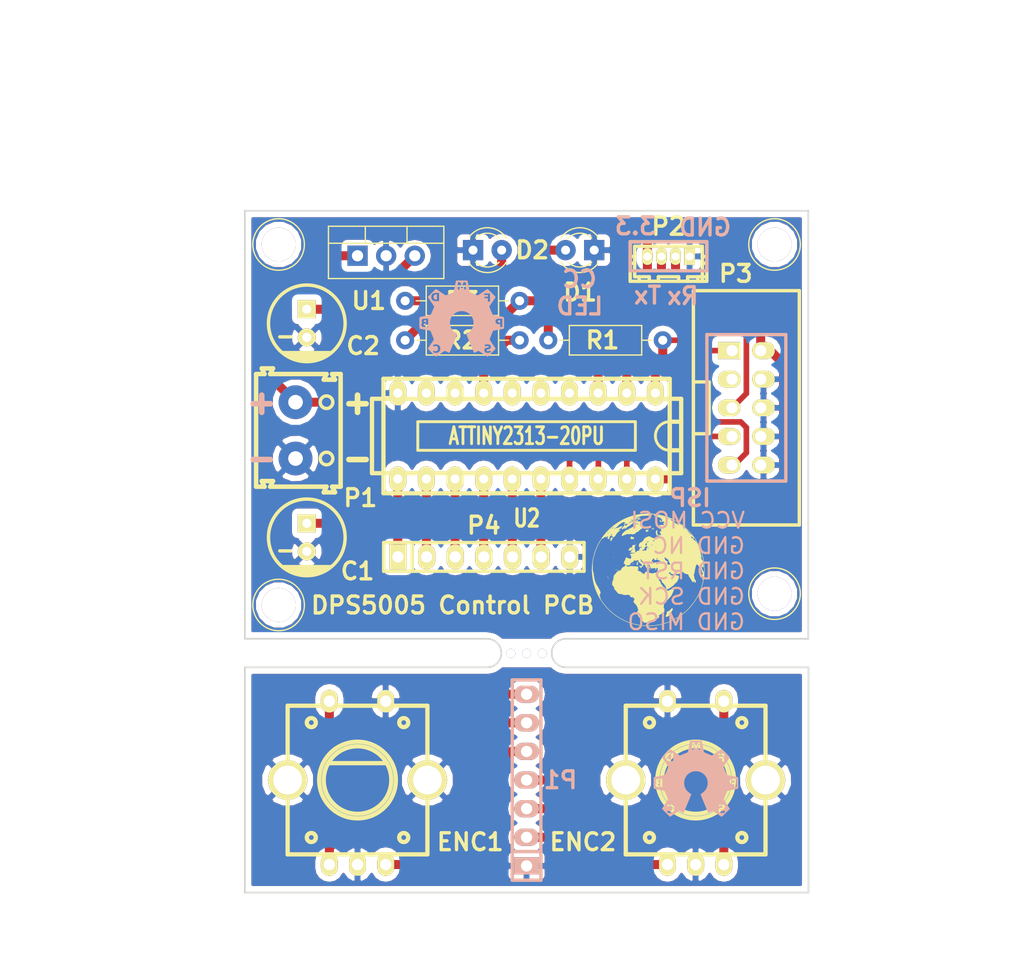
<source format=kicad_pcb>
(kicad_pcb (version 20170922) (host pcbnew "(2017-10-06 revision 4905bbe50)-master")
  (layers (0 F.Cu signal) (31 B.Cu signal) (34 B.Paste user) (35 F.Paste user) (36 B.SilkS user) (37 F.SilkS user) (38 B.Mask user) (39 F.Mask user) (44 Edge.Cuts user))
  (layers (0 F.Cu signal) (31 B.Cu signal) (34 B.Paste user) (35 F.Paste user) (36 B.SilkS user) (37 F.SilkS user) (38 B.Mask user) (39 F.Mask user) (44 Edge.Cuts user))
  (net 0 "")
  (net 1 +12V)
  (net 2 GND)
  (net 3 "Net-(D1-Pad2)")
  (net 4 /ENC1_A)
  (net 5 /ENC1_B)
  (net 6 /ENC1_SW)
  (net 7 /ENC2_SW)
  (net 8 /ENC2_B)
  (net 9 /ENC2_A)
  (net 10 /Tx)
  (net 11 /Rx)
  (net 12 /MISO)
  (net 13 /SCK)
  (net 14 /MOSI)
  (net 15 "Net-(P3-Pad3)")
  (net 16 /RST)
  (net 17 /CC_MODE)
  (net 18 "Net-(U2-Pad9)")
  (net 19 "Net-(U2-Pad8)")
  (net 20 "Net-(U2-Pad6)")
  (net 21 "Net-(U2-Pad5)")
  (net 22 "Net-(U2-Pad4)")
  (net 23 "Net-(D2-Pad2)")
  (net 24 /_ENC1_A)
  (net 25 /GND)
  (net 26 /_ENC1_B)
  (net 27 /_ENC1_SW)
  (net 28 /_ENC2_SW)
  (net 29 /_ENC2_B)
  (net 30 /_ENC2_A)
  (net 31 /+3.3v)
  (module dps5005-control_board:OpenHardwareLogo (layer B.Cu) (at 192.4304 107.569 180)
    (fp_text reference G*** hide)
    (fp_text value LOGO hide)
  )
  (module dps5005-control_board:OpenHardwareLogo (layer B.Cu) (at 171.6532 66.7258 180)
    (fp_text reference G*** hide)
    (fp_text value LOGO hide)
  )
  (module Resistors_THT:R_Axial_DIN0207_L6.3mm_D2.5mm_P10.16mm_Horizontal (layer F.Cu) (at 179.324 68.65)
    (fp_text reference R1 (at 4.81 0) (layer F.SilkS) (effects (font (size 1.5 1.5) (thickness 0.3))))
    (fp_text value R hide)
    (pad 2 thru_hole oval (at 10.16 0) (size 1.6 1.6) (drill 0.8) (layers *.Cu *.Mask) (net 16 /RST))
    (pad 1 thru_hole circle (at 0 0) (size 1.6 1.6) (drill 0.8) (layers *.Cu *.Mask) (net 31 /+3.3v))
  )
  (module w_conn_strip:vasch_strip_5x2 (layer F.Cu) (at 196.9 74.65 270)
    (fp_text reference P3 (at -11.912 0.939) (layer F.SilkS) (effects (font (size 1.5 1.5) (thickness 0.3))))
    (fp_text value CONN_5X2 hide)
    (pad 9 thru_hole oval (at 5.08 1.27 270) (size 1.5 2) (drill 1 (offset 0 0.25)) (layers *.Cu *.Mask F.SilkS) (net 12 /MISO))
    (pad 10 thru_hole oval (at 5.08 -1.27 270) (size 1.5 2) (drill 1 (offset 0 -0.25)) (layers *.Cu *.Mask F.SilkS) (net 2 GND))
    (pad 8 thru_hole oval (at 2.54 -1.27 270) (size 1.5 2) (drill 1 (offset 0 -0.25)) (layers *.Cu *.Mask F.SilkS) (net 2 GND))
    (pad 7 thru_hole oval (at 2.54 1.27 270) (size 1.5 2) (drill 1 (offset 0 0.25)) (layers *.Cu *.Mask F.SilkS) (net 13 /SCK))
    (pad 1 thru_hole rect (at -5.08 1.27 270) (size 1.5 2) (drill 1 (offset 0 0.25)) (layers *.Cu *.Mask F.SilkS) (net 14 /MOSI))
    (pad 2 thru_hole oval (at -5.08 -1.27 270) (size 1.5 2) (drill 1 (offset 0 -0.25)) (layers *.Cu *.Mask F.SilkS) (net 31 /+3.3v))
    (pad 3 thru_hole oval (at -2.54 1.27 270) (size 1.5 2) (drill 1 (offset 0 0.25)) (layers *.Cu *.Mask F.SilkS) (net 15 "Net-(P3-Pad3)"))
    (pad 4 thru_hole oval (at -2.54 -1.27 270) (size 1.5 2) (drill 1 (offset 0 -0.25)) (layers *.Cu *.Mask F.SilkS) (net 2 GND))
    (pad 5 thru_hole oval (at 0 1.27 270) (size 1.5 2) (drill 1 (offset 0 0.25)) (layers *.Cu *.Mask F.SilkS) (net 16 /RST))
    (pad 6 thru_hole oval (at 0 -1.27 270) (size 1.5 2) (drill 1 (offset 0 -0.25)) (layers *.Cu *.Mask F.SilkS) (net 2 GND))
  )
  (module w_conn_df13:df13-4p-125dsa (layer F.Cu) (at 189.992 61.214)
    (fp_text reference df13-4p-125dsa hide)
    (fp_text value P2 (at 0 -2.667) (layer F.SilkS) (effects (font (thickness 0.3048))))
    (pad 4 thru_hole oval (at -1.87452 0) (size 0.94996 1.4986) (drill 0.7) (layers *.Cu *.Mask F.SilkS) (net 31 /+3.3v))
    (pad 3 thru_hole oval (at -0.62484 0) (size 0.94996 1.4986) (drill 0.7) (layers *.Cu *.Mask F.SilkS) (net 10 /Tx))
    (pad 2 thru_hole oval (at 0.62484 0) (size 0.94996 1.4986) (drill 0.7) (layers *.Cu *.Mask F.SilkS) (net 11 /Rx))
    (pad 1 thru_hole rect (at 1.87452 0) (size 0.94996 1.4986) (drill 0.7) (layers *.Cu *.Mask F.SilkS) (net 2 GND))
  )
  (module dps5005-control_board:5mm_screw_term (layer F.Cu) (at 156.9 76.65 270)
    (fp_text reference P1 (at 6 -5.75) (layer F.SilkS) (effects (font (size 1.5 1.5) (thickness 0.3))))
    (fp_text value CONN_2 hide)
    (pad 1 thru_hole circle (at -2.5 0 270) (size 3 3) (drill 1.3) (layers *.Cu *.Mask) (net 1 +12V))
    (pad 2 thru_hole circle (at 2.5 0 270) (size 3 3) (drill 1.3) (layers *.Cu *.Mask) (net 2 GND))
  )
  (module LEDs:LED_D3.0mm (layer F.Cu) (at 183.4 60.65 180)
    (fp_text reference D1 (at 1.25 -3.75 180) (layer F.SilkS) (effects (font (size 1.5 1.5) (thickness 0.3))))
    (fp_text value LED_Small_ALT hide)
    (pad 2 thru_hole circle (at 2.54 0 180) (size 1.8 1.8) (drill 0.8) (layers *.Cu *.Mask) (net 3 "Net-(D1-Pad2)"))
    (pad 1 thru_hole rect (at 0 0 180) (size 1.8 1.8) (drill 0.8) (layers *.Cu *.Mask) (net 2 GND))
  )
  (module Connectors:1pin (layer F.Cu) (at 155.4 92.15)
    (fp_text reference REF** hide)
    (fp_text value 1pin hide)
    (pad 1 thru_hole circle (at 0 0) (size 3 3) (drill 3) (layers *.Cu *.Mask))
  )
  (module Connectors:1pin (layer F.Cu) (at 199.4 91.15)
    (fp_text reference REF** hide)
    (fp_text value 1pin hide)
    (pad 1 thru_hole circle (at 0 0) (size 3 3) (drill 3) (layers *.Cu *.Mask))
  )
  (module Connectors:1pin (layer F.Cu) (at 199.4 60.15)
    (fp_text reference REF** hide)
    (fp_text value 1pin hide)
    (pad 1 thru_hole circle (at 0 0) (size 3 3) (drill 3) (layers *.Cu *.Mask))
  )
  (module dps5005-control_board:earth_neg (layer F.Cu) (at 188.1886 89.027)
    (fp_text reference G*** hide)
    (fp_text value LOGO hide)
  )
  (module Connectors:1pin (layer F.Cu) (at 176 96.45)
    (fp_text reference REF** hide)
    (fp_text value 1pin hide)
    (pad 1 thru_hole circle (at 0 0) (size 0.8 0.8) (drill 0.8) (layers *.Cu *.Mask))
  )
  (module Connectors:1pin (layer F.Cu) (at 177.4 96.45)
    (fp_text reference REF** hide)
    (fp_text value 1pin hide)
    (pad 1 thru_hole circle (at 0 0) (size 0.8 0.8) (drill 0.8) (layers *.Cu *.Mask))
  )
  (module Connectors:1pin (layer F.Cu) (at 178.8 96.45)
    (fp_text reference REF** hide)
    (fp_text value 1pin hide)
    (pad 1 thru_hole circle (at 0 0) (size 0.8 0.8) (drill 0.8) (layers *.Cu *.Mask))
  )
  (module w_capacitors:CP_6.3x11mm (layer F.Cu) (at 157.9 67.15 180)
    (fp_text reference C2 (at -5 -2) (layer F.SilkS) (effects (font (size 1.5 1.5) (thickness 0.3))))
    (fp_text value CP1_Small hide)
    (pad 2 thru_hole circle (at 0 -1.25 180) (size 1.6 1.6) (drill 0.8) (layers *.Cu *.Mask F.SilkS) (net 2 GND))
    (pad 1 thru_hole rect (at 0 1.25 180) (size 1.6 1.6) (drill 0.8) (layers *.Cu *.Mask F.SilkS) (net 31 /+3.3v))
  )
  (module w_pth_circuits:dil_20-300_socket (layer F.Cu) (at 177.4 77.15 180)
    (fp_text reference U2 (at -0.019 -7.305 180) (layer F.SilkS) (effects (font (size 1.524 1.143) (thickness 0.28702))))
    (fp_text value ATTINY2313-20PU (at 0 0 180) (layer F.SilkS) (effects (font (size 1.5 1) (thickness 0.25))))
    (pad 1 thru_hole oval (at -11.43 3.81 180) (size 1.50114 2.19964) (drill 0.8) (layers *.Cu *.Mask F.SilkS) (net 16 /RST))
    (pad 2 thru_hole oval (at -8.89 3.81 180) (size 1.50114 2.19964) (drill 0.8) (layers *.Cu *.Mask F.SilkS) (net 11 /Rx))
    (pad 3 thru_hole oval (at -6.35 3.81 180) (size 1.50114 2.19964) (drill 0.8) (layers *.Cu *.Mask F.SilkS) (net 10 /Tx))
    (pad 4 thru_hole oval (at -3.81 3.81 180) (size 1.50114 2.19964) (drill 0.8) (layers *.Cu *.Mask F.SilkS) (net 22 "Net-(U2-Pad4)"))
    (pad 5 thru_hole oval (at -1.27 3.81 180) (size 1.50114 2.19964) (drill 0.8) (layers *.Cu *.Mask F.SilkS) (net 21 "Net-(U2-Pad5)"))
    (pad 6 thru_hole oval (at 1.27 3.81 180) (size 1.50114 2.19964) (drill 0.8) (layers *.Cu *.Mask F.SilkS) (net 20 "Net-(U2-Pad6)"))
    (pad 7 thru_hole oval (at 3.81 3.81 180) (size 1.50114 2.19964) (drill 0.8) (layers *.Cu *.Mask F.SilkS) (net 17 /CC_MODE))
    (pad 8 thru_hole oval (at 6.35 3.81 180) (size 1.50114 2.19964) (drill 0.8) (layers *.Cu *.Mask F.SilkS) (net 19 "Net-(U2-Pad8)"))
    (pad 9 thru_hole oval (at 8.89 3.81 180) (size 1.50114 2.19964) (drill 0.8) (layers *.Cu *.Mask F.SilkS) (net 18 "Net-(U2-Pad9)"))
    (pad 10 thru_hole oval (at 11.43 3.81 180) (size 1.50114 2.19964) (drill 0.8) (layers *.Cu *.Mask F.SilkS) (net 2 GND))
    (pad 11 thru_hole oval (at 11.43 -3.81 180) (size 1.50114 2.19964) (drill 0.8) (layers *.Cu *.Mask F.SilkS) (net 6 /ENC1_SW))
    (pad 12 thru_hole oval (at 8.89 -3.81 180) (size 1.50114 2.19964) (drill 0.8) (layers *.Cu *.Mask F.SilkS) (net 4 /ENC1_A))
    (pad 13 thru_hole oval (at 6.35 -3.81 180) (size 1.50114 2.19964) (drill 0.8) (layers *.Cu *.Mask F.SilkS) (net 5 /ENC1_B))
    (pad 14 thru_hole oval (at 3.81 -3.81 180) (size 1.50114 2.19964) (drill 0.8) (layers *.Cu *.Mask F.SilkS) (net 7 /ENC2_SW))
    (pad 15 thru_hole oval (at 1.27 -3.81 180) (size 1.50114 2.19964) (drill 0.8) (layers *.Cu *.Mask F.SilkS) (net 9 /ENC2_A))
    (pad 16 thru_hole oval (at -1.27 -3.81 180) (size 1.50114 2.19964) (drill 0.8) (layers *.Cu *.Mask F.SilkS) (net 8 /ENC2_B))
    (pad 17 thru_hole oval (at -3.81 -3.81 180) (size 1.50114 2.19964) (drill 0.8) (layers *.Cu *.Mask F.SilkS) (net 14 /MOSI))
    (pad 18 thru_hole oval (at -6.35 -3.81 180) (size 1.50114 2.19964) (drill 0.8) (layers *.Cu *.Mask F.SilkS) (net 12 /MISO))
    (pad 19 thru_hole oval (at -8.89 -3.81 180) (size 1.50114 2.19964) (drill 0.8) (layers *.Cu *.Mask F.SilkS) (net 13 /SCK))
    (pad 20 thru_hole oval (at -11.43 -3.81 180) (size 1.50114 2.19964) (drill 0.8) (layers *.Cu *.Mask F.SilkS) (net 31 /+3.3v))
  )
  (module w_misc_comp:encoder_alps-ec12d (layer F.Cu) (at 162.4 107.6928)
    (fp_text reference ENC1 (at 10 5.5) (layer F.SilkS) (effects (font (size 1.5 1.5) (thickness 0.3))))
    (fp_text value Encoder_switch hide)
    (pad 1 thru_hole oval (at -2.49936 7.50062) (size 1.50114 1.99898) (drill 1) (layers *.Cu *.Mask F.SilkS) (net 24 /_ENC1_A))
    (pad 2 thru_hole oval (at 0 7.50062) (size 1.50114 1.99898) (drill 1) (layers *.Cu *.Mask F.SilkS) (net 25 /GND))
    (pad 3 thru_hole oval (at 2.49936 7.50062) (size 1.50114 1.99898) (drill 1) (layers *.Cu *.Mask F.SilkS) (net 26 /_ENC1_B))
    (pad "" thru_hole circle (at -6.20014 0) (size 3.50012 3.50012) (drill 2.54) (layers *.Cu *.Mask F.SilkS) (net 25 /GND))
    (pad "" thru_hole circle (at 6.20014 0) (size 3.50012 3.50012) (drill 2.54) (layers *.Cu *.Mask F.SilkS) (net 25 /GND))
    (pad 5 thru_hole oval (at -2.49936 -7.00024) (size 1.50114 1.99898) (drill 1) (layers *.Cu *.Mask F.SilkS) (net 27 /_ENC1_SW))
    (pad 4 thru_hole oval (at 2.49936 -7.00024) (size 1.50114 1.99898) (drill 1) (layers *.Cu *.Mask F.SilkS) (net 25 /GND))
  )
  (module w_pin_strip:pin_strip_7 (layer F.Cu) (at 173.609 87.884)
    (fp_text reference P4 (at 0 -2.794) (layer F.SilkS) (effects (font (size 1.5 1.5) (thickness 0.3))))
    (fp_text value CONN_7 hide)
    (pad 1 thru_hole rect (at -7.62 0) (size 1.524 2.19964) (drill 1) (layers *.Cu *.Mask F.SilkS) (net 6 /ENC1_SW))
    (pad 2 thru_hole oval (at -5.08 0) (size 1.524 2.19964) (drill 1) (layers *.Cu *.Mask F.SilkS) (net 4 /ENC1_A))
    (pad 3 thru_hole oval (at -2.54 0) (size 1.524 2.19964) (drill 1) (layers *.Cu *.Mask F.SilkS) (net 5 /ENC1_B))
    (pad 4 thru_hole oval (at 0 0) (size 1.524 2.19964) (drill 1) (layers *.Cu *.Mask F.SilkS) (net 7 /ENC2_SW))
    (pad 5 thru_hole oval (at 2.54 0) (size 1.524 2.19964) (drill 1) (layers *.Cu *.Mask F.SilkS) (net 9 /ENC2_A))
    (pad 6 thru_hole oval (at 5.08 0) (size 1.524 2.19964) (drill 1) (layers *.Cu *.Mask F.SilkS) (net 8 /ENC2_B))
    (pad 7 thru_hole oval (at 7.62 0) (size 1.524 2.19964) (drill 1) (layers *.Cu *.Mask F.SilkS) (net 2 GND))
  )
  (module w_capacitors:CP_6.3x11mm (layer F.Cu) (at 157.9 86.15 180)
    (fp_text reference C1 (at -4.5 -3) (layer F.SilkS) (effects (font (size 1.5 1.5) (thickness 0.3))))
    (fp_text value CP1_Small hide)
    (pad 1 thru_hole rect (at 0 1.25 180) (size 1.6 1.6) (drill 0.8) (layers *.Cu *.Mask F.SilkS) (net 1 +12V))
    (pad 2 thru_hole circle (at 0 -1.25 180) (size 1.6 1.6) (drill 0.8) (layers *.Cu *.Mask F.SilkS) (net 2 GND))
  )
  (module Resistors_THT:R_Axial_DIN0207_L6.3mm_D2.5mm_P10.16mm_Horizontal (layer F.Cu) (at 166.624 65.15)
    (fp_text reference R3 (at 5.08 0) (layer F.SilkS) (effects (font (size 1.5 1.5) (thickness 0.3))))
    (fp_text value 1k hide)
    (pad 2 thru_hole oval (at 10.16 0) (size 1.6 1.6) (drill 0.8) (layers *.Cu *.Mask) (net 31 /+3.3v))
    (pad 1 thru_hole circle (at 0 0) (size 1.6 1.6) (drill 0.8) (layers *.Cu *.Mask) (net 23 "Net-(D2-Pad2)"))
  )
  (module TO_SOT_Packages_THT:TO-220_Vertical (layer F.Cu) (at 162.4 61.15)
    (fp_text reference U1 (at 1 4) (layer F.SilkS) (effects (font (size 1.5 1.5) (thickness 0.3))))
    (fp_text value LM77833 hide)
    (pad 3 thru_hole oval (at 5.08 0) (size 1.8 1.8) (drill 1) (layers *.Cu *.Mask) (net 31 /+3.3v))
    (pad 2 thru_hole oval (at 2.54 0) (size 1.8 1.8) (drill 1) (layers *.Cu *.Mask) (net 2 GND))
    (pad 1 thru_hole rect (at 0 0) (size 1.8 1.8) (drill 1) (layers *.Cu *.Mask) (net 1 +12V))
  )
  (module Connectors:1pin (layer F.Cu) (at 155.4 60.15)
    (fp_text reference REF** hide)
    (fp_text value 1pin hide)
    (pad 1 thru_hole circle (at 0 0) (size 3 3) (drill 3) (layers *.Cu *.Mask))
  )
  (module Resistors_THT:R_Axial_DIN0207_L6.3mm_D2.5mm_P10.16mm_Horizontal (layer F.Cu) (at 166.624 68.65)
    (fp_text reference R2 (at 5 0) (layer F.SilkS) (effects (font (size 1.5 1.5) (thickness 0.3))))
    (fp_text value 1k hide)
    (pad 1 thru_hole circle (at 0 0) (size 1.6 1.6) (drill 0.8) (layers *.Cu *.Mask) (net 3 "Net-(D1-Pad2)"))
    (pad 2 thru_hole oval (at 10.16 0) (size 1.6 1.6) (drill 0.8) (layers *.Cu *.Mask) (net 17 /CC_MODE))
  )
  (module LEDs:LED_D3.0mm (layer F.Cu) (at 172.65 60.65)
    (fp_text reference D2 (at 5.25 0) (layer F.SilkS) (effects (font (size 1.5 1.5) (thickness 0.3))))
    (fp_text value LED_Small_ALT hide)
    (pad 2 thru_hole circle (at 2.54 0) (size 1.8 1.8) (drill 0.8) (layers *.Cu *.Mask) (net 23 "Net-(D2-Pad2)"))
    (pad 1 thru_hole rect (at 0 0) (size 1.8 1.8) (drill 0.8) (layers *.Cu *.Mask) (net 2 GND))
  )
  (module w_misc_comp:encoder_alps-ec12d (layer F.Cu) (at 192.4 107.6928)
    (fp_text reference ENC2 (at -10 5.5) (layer F.SilkS) (effects (font (size 1.5 1.5) (thickness 0.3))))
    (fp_text value Encoder_switch hide)
    (pad 4 thru_hole oval (at 2.49936 -7.00024) (size 1.50114 1.99898) (drill 1) (layers *.Cu *.Mask F.SilkS) (net 28 /_ENC2_SW))
    (pad 5 thru_hole oval (at -2.49936 -7.00024) (size 1.50114 1.99898) (drill 1) (layers *.Cu *.Mask F.SilkS) (net 25 /GND))
    (pad "" thru_hole circle (at 6.20014 0) (size 3.50012 3.50012) (drill 2.54) (layers *.Cu *.Mask F.SilkS) (net 25 /GND))
    (pad "" thru_hole circle (at -6.20014 0) (size 3.50012 3.50012) (drill 2.54) (layers *.Cu *.Mask F.SilkS) (net 25 /GND))
    (pad 3 thru_hole oval (at 2.49936 7.50062) (size 1.50114 1.99898) (drill 1) (layers *.Cu *.Mask F.SilkS) (net 30 /_ENC2_A))
    (pad 2 thru_hole oval (at 0 7.50062) (size 1.50114 1.99898) (drill 1) (layers *.Cu *.Mask F.SilkS) (net 25 /GND))
    (pad 1 thru_hole oval (at -2.49936 7.50062) (size 1.50114 1.99898) (drill 1) (layers *.Cu *.Mask F.SilkS) (net 29 /_ENC2_B))
  )
  (module w_pin_strip:pin_strip_7 (layer B.Cu) (at 177.4 107.6928 90)
    (fp_text reference P1 (at 0 3 180) (layer B.SilkS) (effects (font (size 1.5 1.5) (thickness 0.3)) (justify mirror)))
    (fp_text value CONN_01X07 hide)
    (pad 1 thru_hole rect (at -7.62 0 90) (size 1.524 2.19964) (drill 1) (layers *.Cu *.Mask B.SilkS) (net 25 /GND))
    (pad 2 thru_hole oval (at -5.08 0 90) (size 1.524 2.19964) (drill 1) (layers *.Cu *.Mask B.SilkS) (net 29 /_ENC2_B))
    (pad 3 thru_hole oval (at -2.54 0 90) (size 1.524 2.19964) (drill 1) (layers *.Cu *.Mask B.SilkS) (net 30 /_ENC2_A))
    (pad 4 thru_hole oval (at 0 0 90) (size 1.524 2.19964) (drill 1) (layers *.Cu *.Mask B.SilkS) (net 28 /_ENC2_SW))
    (pad 5 thru_hole oval (at 2.54 0 90) (size 1.524 2.19964) (drill 1) (layers *.Cu *.Mask B.SilkS) (net 26 /_ENC1_B))
    (pad 6 thru_hole oval (at 5.08 0 90) (size 1.524 2.19964) (drill 1) (layers *.Cu *.Mask B.SilkS) (net 24 /_ENC1_A))
    (pad 7 thru_hole oval (at 7.62 0 90) (size 1.524 2.19964) (drill 1) (layers *.Cu *.Mask B.SilkS) (net 27 /_ENC1_SW))
  )
  (gr_text LED (at 182.118 65.6336) (layer B.SilkS) (effects (font (size 1.5 1.5) (thickness 0.3)) (justify mirror)))
  (gr_text CC (at 182.0926 63.2206) (layer B.SilkS) (effects (font (size 1.5 1.5) (thickness 0.3)) (justify mirror)))
  (gr_line (start 186.5884 62.484) (end 186.5884 59.9186) (layer B.SilkS) (width 0.3))
  (gr_line (start 193.3956 62.484) (end 193.3956 59.9186) (layer B.SilkS) (width 0.3))
  (gr_line (start 186.5884 62.484) (end 193.3702 62.484) (layer B.SilkS) (width 0.3))
  (gr_text 3.3 (at 187.0456 58.5216) (layer B.SilkS) (effects (font (size 1.5 1.5) (thickness 0.3)) (justify mirror)))
  (gr_text GND (at 193.2432 58.6232) (layer B.SilkS) (effects (font (size 1.5 1.5) (thickness 0.3)) (justify mirror)))
  (gr_text Tx (at 188.1378 64.6684) (layer B.SilkS) (effects (font (size 1.5 1.5) (thickness 0.3)) (justify mirror)))
  (gr_text Rx (at 191.262 64.7192) (layer B.SilkS) (effects (font (size 1.5 1.5) (thickness 0.3)) (justify mirror)))
  (gr_line (start 186.6138 59.9186) (end 193.3956 59.9186) (layer B.SilkS) (width 0.3))
  (gr_line (start 193.4 81.15) (end 193.4 68.15) (layer B.SilkS) (width 0.3))
  (gr_line (start 200.4 68.15) (end 200.4 81.15) (layer B.SilkS) (width 0.3))
  (gr_line (start 193.4 68.15) (end 200.4 68.15) (layer B.SilkS) (width 0.3))
  (gr_line (start 200.4 81.15) (end 193.4 81.15) (layer B.SilkS) (width 0.3))
  (gr_text _ (at 162.4 78.15) (layer F.SilkS) (effects (font (size 2 2) (thickness 0.5))))
  (gr_text + (at 162.4 74.15) (layer F.SilkS) (effects (font (size 2 2) (thickness 0.5))))
  (gr_text ISP (at 191.9 82.65) (layer B.SilkS) (effects (font (size 1.5 1.5) (thickness 0.3)) (justify mirror)))
  (gr_text "VCC MOSI\nGND NC\nGND RST\nGND SCK\nGND MISO" (at 196.9 89.15) (layer B.SilkS) (effects (font (size 1.4 1.4) (thickness 0.2)) (justify left mirror)))
  (gr_text _ (at 153.9 78.15) (layer B.SilkS) (effects (font (size 2 2) (thickness 0.5))))
  (gr_text + (at 153.9 74.15) (layer B.SilkS) (effects (font (size 2 2) (thickness 0.5))))
  (gr_text "DPS5005 Control PCB" (at 170.8404 92.1766) (layer F.SilkS) (effects (font (size 1.5 1.5) (thickness 0.3))))
  (gr_line (start 180.8988 97.6884) (end 202.4126 97.6884) (angle 90) (layer Edge.Cuts) (width 0.15))
  (gr_line (start 202.4126 117.6782) (end 152.4 117.6782) (layer Edge.Cuts) (width 0.15))
  (gr_line (start 173.8884 95.1484) (end 152.4 95.1484) (layer Edge.Cuts) (width 0.15))
  (gr_line (start 173.8884 97.6884) (end 152.4 97.6884) (layer Edge.Cuts) (width 0.15))
  (gr_arc (start 173.8884 96.4184) (end 173.8884 97.6884) (angle -180) (layer Edge.Cuts) (width 0.15))
  (gr_line (start 180.9 95.15) (end 202.4 95.15) (layer Edge.Cuts) (width 0.15))
  (gr_line (start 202.4126 97.6884) (end 202.4126 117.6782) (layer Edge.Cuts) (width 0.15))
  (gr_line (start 152.4 97.6884) (end 152.4 117.6782) (layer Edge.Cuts) (width 0.15))
  (gr_line (start 202.4 95.15) (end 202.4 57.15) (layer Edge.Cuts) (width 0.15))
  (gr_line (start 152.4 57.15) (end 202.4 57.15) (layer Edge.Cuts) (width 0.15))
  (gr_line (start 152.4 57.15) (end 152.4 95.15) (layer Edge.Cuts) (width 0.15))
  (gr_arc (start 180.8988 96.4184) (end 180.8988 95.1484) (angle -180) (layer Edge.Cuts) (width 0.15))
  (segment (start 154.65 70.9) (end 154.65 66.15) (width 0.8) (layer F.Cu) (net 1))
  (segment (start 157.9 84.9) (end 159.5 84.9) (width 0.8) (layer F.Cu) (net 1))
  (segment (start 159.5 84.9) (end 161.65 82.75) (width 0.8) (layer F.Cu) (net 1))
  (segment (start 161.65 76.132234) (end 159.667766 74.15) (width 0.8) (layer F.Cu) (net 1))
  (segment (start 161.65 82.75) (end 161.65 76.132234) (width 0.8) (layer F.Cu) (net 1))
  (segment (start 156.9 74.15) (end 159.667766 74.15) (width 0.8) (layer F.Cu) (net 1))
  (segment (start 154.65 71.9) (end 156.9 74.15) (width 0.8) (layer F.Cu) (net 1))
  (segment (start 154.65 70.9) (end 154.65 71.9) (width 0.8) (layer F.Cu) (net 1))
  (segment (start 159.65 61.15) (end 156.4 64.4) (width 0.8) (layer F.Cu) (net 1))
  (segment (start 154.65 66.15) (end 156.4 64.4) (width 0.8) (layer F.Cu) (net 1))
  (segment (start 162.4 61.15) (end 159.65 61.15) (width 0.8) (layer F.Cu) (net 1))
  (segment (start 168.51 80.96) (end 168.51 87.865) (width 0.8) (layer F.Cu) (net 4))
  (segment (start 168.51 87.865) (end 168.529 87.884) (width 0.8) (layer F.Cu) (net 4))
  (segment (start 171.05 80.96) (end 171.05 87.865) (width 0.8) (layer F.Cu) (net 5))
  (segment (start 171.05 87.865) (end 171.069 87.884) (width 0.8) (layer F.Cu) (net 5))
  (segment (start 165.97 80.96) (end 165.97 87.865) (width 0.8) (layer F.Cu) (net 6))
  (segment (start 165.97 87.865) (end 165.989 87.884) (width 0.8) (layer F.Cu) (net 6))
  (segment (start 173.59 80.96) (end 173.59 87.865) (width 0.8) (layer F.Cu) (net 7))
  (segment (start 173.59 87.865) (end 173.609 87.884) (width 0.8) (layer F.Cu) (net 7))
  (segment (start 178.67 80.96) (end 178.67 87.865) (width 0.8) (layer F.Cu) (net 8))
  (segment (start 178.67 87.865) (end 178.689 87.884) (width 0.8) (layer F.Cu) (net 8))
  (segment (start 176.13 80.96) (end 176.13 87.865) (width 0.8) (layer F.Cu) (net 9))
  (segment (start 176.13 87.865) (end 176.149 87.884) (width 0.8) (layer F.Cu) (net 9))
  (segment (start 189.36716 63.23584) (end 183.75 68.853) (width 0.8) (layer F.Cu) (net 10))
  (segment (start 183.75 68.853) (end 183.75 73.34) (width 0.8) (layer F.Cu) (net 10))
  (segment (start 189.36716 61.214) (end 189.36716 63.23584) (width 0.8) (layer F.Cu) (net 10))
  (segment (start 190.61684 63.93316) (end 187.198 67.352) (width 0.8) (layer F.Cu) (net 11))
  (segment (start 187.198 67.352) (end 186.436 68.114) (width 0.8) (layer F.Cu) (net 11))
  (segment (start 186.29 73.34) (end 186.29 68.26) (width 0.8) (layer F.Cu) (net 11))
  (segment (start 186.29 68.26) (end 187.198 67.352) (width 0.8) (layer F.Cu) (net 11))
  (segment (start 186.436 68.114) (end 186.29 68.26) (width 0.5) (layer F.Cu) (net 11))
  (segment (start 190.61684 63.93316) (end 190.61684 61.214) (width 0.8) (layer F.Cu) (net 11))
  (segment (start 183.75 80.96) (end 183.75 80.61075) (width 0.5) (layer F.Cu) (net 12))
  (segment (start 183.769 80.59175) (end 183.769 79.248) (width 0.5) (layer F.Cu) (net 12))
  (segment (start 183.75 80.61075) (end 183.769 80.59175) (width 0.5) (layer F.Cu) (net 12))
  (segment (start 195.82 79.73) (end 195.63 79.73) (width 0.5) (layer F.Cu) (net 12))
  (segment (start 183.769 79.248) (end 185.617 77.4) (width 0.5) (layer F.Cu) (net 12))
  (segment (start 185.617 77.4) (end 191.84 77.4) (width 0.5) (layer F.Cu) (net 12))
  (segment (start 191.84 77.4) (end 193.34 75.9) (width 0.5) (layer F.Cu) (net 12))
  (segment (start 193.34 75.9) (end 196.4 75.9) (width 0.5) (layer F.Cu) (net 12))
  (segment (start 196.4 75.9) (end 196.9 76.4) (width 0.5) (layer F.Cu) (net 12))
  (segment (start 196.9 76.4) (end 196.9 78.65) (width 0.5) (layer F.Cu) (net 12))
  (segment (start 196.9 78.65) (end 195.82 79.73) (width 0.5) (layer F.Cu) (net 12))
  (segment (start 195.63 77.19) (end 193.701 77.19) (width 0.5) (layer F.Cu) (net 13))
  (segment (start 193.701 77.19) (end 192.241 78.65) (width 0.5) (layer F.Cu) (net 13))
  (segment (start 192.241 78.65) (end 187.00018 78.65) (width 0.5) (layer F.Cu) (net 13))
  (segment (start 187.00018 78.65) (end 186.29 79.36018) (width 0.5) (layer F.Cu) (net 13))
  (segment (start 186.29 79.36018) (end 186.29 80.96) (width 0.5) (layer F.Cu) (net 13))
  (segment (start 192.532 75.268) (end 191.65 76.15) (width 0.5) (layer F.Cu) (net 14))
  (segment (start 193.193 69.57) (end 192.532 70.231) (width 0.5) (layer F.Cu) (net 14))
  (segment (start 192.532 70.231) (end 192.532 75.268) (width 0.5) (layer F.Cu) (net 14))
  (segment (start 195.63 69.57) (end 193.193 69.57) (width 0.5) (layer F.Cu) (net 14))
  (segment (start 191.65 76.15) (end 184.42018 76.15) (width 0.5) (layer F.Cu) (net 14))
  (segment (start 184.42018 76.15) (end 181.21 79.36018) (width 0.5) (layer F.Cu) (net 14))
  (segment (start 181.21 79.36018) (end 181.21 80.96) (width 0.5) (layer F.Cu) (net 14))
  (segment (start 189.484 68.65) (end 191.362002 68.65) (width 0.5) (layer F.Cu) (net 16))
  (segment (start 191.362002 68.65) (end 192.362002 67.65) (width 0.5) (layer F.Cu) (net 16))
  (segment (start 192.362002 67.65) (end 196.4 67.65) (width 0.5) (layer F.Cu) (net 16))
  (segment (start 196.4 67.65) (end 196.9 68.15) (width 0.5) (layer F.Cu) (net 16))
  (segment (start 196.9 73.38) (end 195.63 74.65) (width 0.5) (layer F.Cu) (net 16))
  (segment (start 196.9 68.15) (end 196.9 73.38) (width 0.5) (layer F.Cu) (net 16))
  (segment (start 189.484 68.65) (end 189.484 70.566) (width 0.8) (layer F.Cu) (net 16))
  (segment (start 188.83 73.34) (end 188.83 71.22) (width 0.8) (layer F.Cu) (net 16))
  (segment (start 188.83 71.22) (end 189.484 70.566) (width 0.8) (layer F.Cu) (net 16))
  (segment (start 176.784 68.65) (end 175.65 68.65) (width 0.8) (layer F.Cu) (net 17))
  (segment (start 173.59 73.34) (end 173.59 70.71) (width 0.8) (layer F.Cu) (net 17))
  (segment (start 173.59 70.71) (end 175.65 68.65) (width 0.8) (layer F.Cu) (net 17))
  (segment (start 174.48 102.6128) (end 177.4 102.6128) (width 0.8) (layer F.Cu) (net 24))
  (segment (start 172.4 104.6928) (end 174.48 102.6128) (width 0.8) (layer F.Cu) (net 24))
  (segment (start 172.4 109.1928) (end 172.4 104.6928) (width 0.8) (layer F.Cu) (net 24))
  (segment (start 161.90177 111.6928) (end 169.9 111.6928) (width 0.8) (layer F.Cu) (net 24))
  (segment (start 169.9 111.6928) (end 172.4 109.1928) (width 0.8) (layer F.Cu) (net 24))
  (segment (start 159.90064 113.69393) (end 161.90177 111.6928) (width 0.8) (layer F.Cu) (net 24))
  (segment (start 160.147 113.44757) (end 161.90177 111.6928) (width 0.5) (layer F.Cu) (net 24))
  (segment (start 159.90064 115.19342) (end 159.90064 113.69393) (width 0.8) (layer F.Cu) (net 24))
  (segment (start 159.90064 113.69393) (end 160.147 113.44757) (width 0.8) (layer F.Cu) (net 24))
  (segment (start 177.4 105.1528) (end 176.022 105.1528) (width 0.8) (layer F.Cu) (net 26))
  (segment (start 175.133 109.982) (end 175.133 106.0418) (width 0.8) (layer F.Cu) (net 26))
  (segment (start 175.133 106.0418) (end 176.022 105.1528) (width 0.8) (layer F.Cu) (net 26))
  (segment (start 174.4222 110.6928) (end 175.133 109.982) (width 0.8) (layer F.Cu) (net 26))
  (segment (start 174.4 110.6928) (end 174.4222 110.6928) (width 0.8) (layer F.Cu) (net 26))
  (segment (start 169.89938 115.19342) (end 164.89936 115.19342) (width 0.8) (layer F.Cu) (net 26))
  (segment (start 174.4 110.6928) (end 169.89938 115.19342) (width 0.8) (layer F.Cu) (net 26))
  (segment (start 169.9 103.6928) (end 173.52 100.0728) (width 0.8) (layer F.Cu) (net 27))
  (segment (start 173.52 100.0728) (end 177.4 100.0728) (width 0.8) (layer F.Cu) (net 27))
  (segment (start 159.90064 100.69256) (end 159.90064 102.49205) (width 0.8) (layer F.Cu) (net 27))
  (segment (start 159.90064 102.49205) (end 161.10139 103.6928) (width 0.8) (layer F.Cu) (net 27))
  (segment (start 161.10139 103.6928) (end 169.9 103.6928) (width 0.8) (layer F.Cu) (net 27))
  (segment (start 194.89936 102.69344) (end 194.89936 100.69256) (width 0.8) (layer F.Cu) (net 28))
  (segment (start 193.9 103.6928) (end 194.89936 102.69344) (width 0.8) (layer F.Cu) (net 28))
  (segment (start 183.9 103.6928) (end 193.9 103.6928) (width 0.8) (layer F.Cu) (net 28))
  (segment (start 179.9 107.6928) (end 183.9 103.6928) (width 0.8) (layer F.Cu) (net 28))
  (segment (start 177.4 107.6928) (end 179.9 107.6928) (width 0.8) (layer F.Cu) (net 28))
  (segment (start 183.90062 115.19342) (end 189.90064 115.19342) (width 0.8) (layer F.Cu) (net 29))
  (segment (start 181.48 112.7728) (end 183.90062 115.19342) (width 0.8) (layer F.Cu) (net 29))
  (segment (start 177.4 112.7728) (end 181.48 112.7728) (width 0.8) (layer F.Cu) (net 29))
  (segment (start 194.89936 113.19216) (end 194.89936 115.19342) (width 0.8) (layer F.Cu) (net 30))
  (segment (start 193.4 111.6928) (end 194.89936 113.19216) (width 0.8) (layer F.Cu) (net 30))
  (segment (start 183.9 111.6928) (end 193.4 111.6928) (width 0.8) (layer F.Cu) (net 30))
  (segment (start 177.4 110.2328) (end 182.44 110.2328) (width 0.8) (layer F.Cu) (net 30))
  (segment (start 182.44 110.2328) (end 183.9 111.6928) (width 0.8) (layer F.Cu) (net 30))
  (segment (start 167.48 61.15) (end 163.9 64.73) (width 0.8) (layer F.Cu) (net 31))
  (segment (start 178.4 65.15) (end 185.421 65.15) (width 0.8) (layer F.Cu) (net 31))
  (segment (start 185.421 65.15) (end 188.11748 62.45352) (width 0.8) (layer F.Cu) (net 31))
  (segment (start 188.11748 62.45352) (end 188.11748 61.214) (width 0.8) (layer F.Cu) (net 31))
  (segment (start 188.11748 59.53252) (end 188.468 59.182) (width 0.8) (layer F.Cu) (net 31))
  (segment (start 188.11748 61.214) (end 188.11748 59.53252) (width 0.8) (layer F.Cu) (net 31))
  (segment (start 188.468 59.182) (end 192.532 59.182) (width 0.8) (layer F.Cu) (net 31))
  (segment (start 192.532 59.182) (end 198.17 64.82) (width 0.8) (layer F.Cu) (net 31))
  (segment (start 198.17 64.82) (end 198.17 69.57) (width 0.8) (layer F.Cu) (net 31))
  (segment (start 200.2 70.75) (end 199.02 69.57) (width 0.8) (layer F.Cu) (net 31))
  (segment (start 199.02 69.57) (end 198.17 69.57) (width 0.8) (layer F.Cu) (net 31))
  (segment (start 200.2 81.55) (end 200.2 70.75) (width 0.8) (layer F.Cu) (net 31))
  (segment (start 199.1 82.65) (end 200.2 81.55) (width 0.8) (layer F.Cu) (net 31))
  (segment (start 198.4 82.65) (end 199.1 82.65) (width 0.8) (layer F.Cu) (net 31))
  (segment (start 198.4 82.65) (end 192.07057 82.65) (width 0.8) (layer F.Cu) (net 31))
  (segment (start 188.83 80.96) (end 190.38057 80.96) (width 0.8) (layer F.Cu) (net 31))
  (segment (start 190.38057 80.96) (end 192.07057 82.65) (width 0.8) (layer F.Cu) (net 31))
  (segment (start 157.9 65.9) (end 162.73 65.9) (width 0.8) (layer F.Cu) (net 31))
  (segment (start 162.73 65.9) (end 163.9 64.73) (width 0.8) (layer F.Cu) (net 31))
  (segment (start 178.4 65.15) (end 176.784 65.15) (width 0.8) (layer F.Cu) (net 31))
  (segment (start 179.324 66.074) (end 178.4 65.15) (width 0.8) (layer F.Cu) (net 31))
  (segment (start 179.324 68.65) (end 179.324 66.074) (width 0.8) (layer F.Cu) (net 31))
  (segment (start 176.784 65.15) (end 171.284 70.65) (width 0.8) (layer F.Cu) (net 31))
  (segment (start 171.284 70.65) (end 164.9 70.65) (width 0.8) (layer F.Cu) (net 31))
  (segment (start 163.9 64.73) (end 163.9 69.65) (width 0.8) (layer F.Cu) (net 31))
  (segment (start 163.9 69.65) (end 164.9 70.65) (width 0.8) (layer F.Cu) (net 31))
  (segment (start 166.624 68.65) (end 168.524 66.75) (width 0.8) (layer F.Cu) (net 3))
  (segment (start 168.524 66.75) (end 168.6 66.75) (width 0.25) (layer F.Cu) (net 3))
  (segment (start 172.8 66.75) (end 178.9 60.65) (width 0.8) (layer F.Cu) (net 3))
  (segment (start 168.6 66.75) (end 172.8 66.75) (width 0.8) (layer F.Cu) (net 3))
  (segment (start 178.9 60.65) (end 180.86 60.65) (width 0.8) (layer F.Cu) (net 3))
  (segment (start 190.61684 61.722) (end 190.61684 63.93316) (width 0.5) (layer F.Cu) (net 11))
  (segment (start 166.624 65.15) (end 172.4 65.15) (width 0.8) (layer F.Cu) (net 23))
  (segment (start 172.4 65.15) (end 175.19 62.36) (width 0.8) (layer F.Cu) (net 23))
  (segment (start 175.19 62.36) (end 175.19 60.65) (width 0.8) (layer F.Cu) (net 23))
  (zone (net 25) (net_name /GND) (layer B.Cu) (connect_pads (clearance 0.508)) (min_thickness 0.254) (fill yes (arc_segments 16) (thermal_gap 0.508) (thermal_bridge_width 0.508))
    (polygon (pts (xy 152.4 97.6928) (xy 202.4 97.6928) (xy 202.4 117.6928) (xy 152.4 117.6928)))
  )
  (zone (net 25) (net_name /GND) (layer F.Cu) (connect_pads (clearance 0.508)) (min_thickness 0.254) (fill yes (arc_segments 16) (thermal_gap 0.508) (thermal_bridge_width 0.508))
    (polygon (pts (xy 152.4 97.6928) (xy 202.4 97.6928) (xy 202.4 117.6928) (xy 152.4 117.6928)))
  )
  (zone (net 2) (net_name GND) (layer F.Cu) (connect_pads (clearance 0.508)) (min_thickness 0.254) (fill yes (arc_segments 16) (thermal_gap 0.508) (thermal_bridge_width 0.508))
    (polygon (pts (xy 152.4 57.15) (xy 202.4 57.15) (xy 202.4 95.15) (xy 152.4 95.15)))
  )
  (zone (net 2) (net_name GND) (layer B.Cu) (connect_pads (clearance 0.508)) (min_thickness 0.254) (fill yes (arc_segments 16) (thermal_gap 0.508) (thermal_bridge_width 0.508))
    (polygon (pts (xy 152.4 57.15) (xy 202.4 57.15) (xy 202.4 95.15) (xy 152.4 95.15)))
  )
)
</source>
